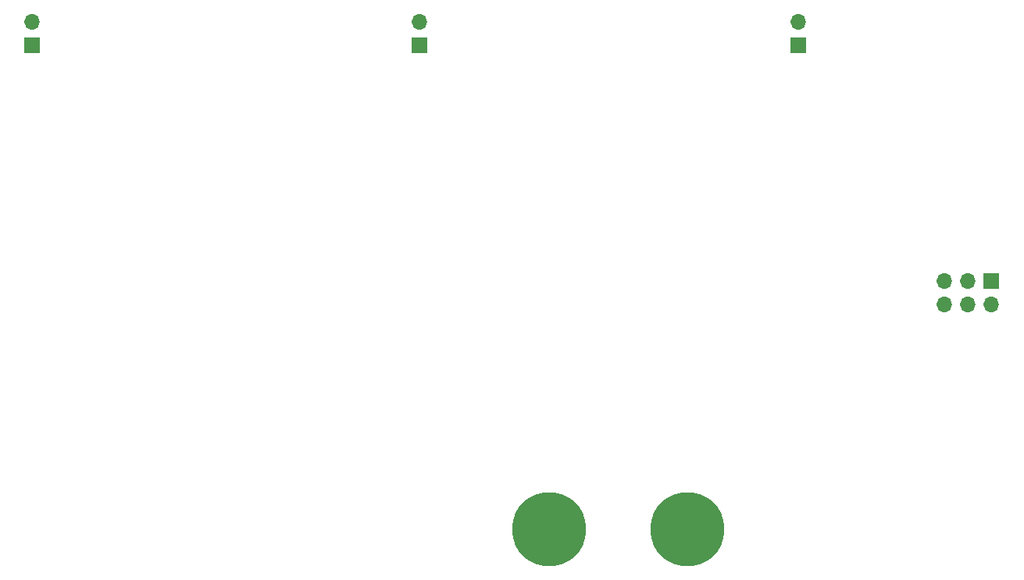
<source format=gbr>
%TF.GenerationSoftware,KiCad,Pcbnew,6.0.0-rc1-unknown-c40e921cb3~144~ubuntu20.04.1*%
%TF.CreationDate,2021-11-23T20:48:53+02:00*%
%TF.ProjectId,solar_lantern,736f6c61-725f-46c6-916e-7465726e2e6b,1*%
%TF.SameCoordinates,Original*%
%TF.FileFunction,Soldermask,Bot*%
%TF.FilePolarity,Negative*%
%FSLAX46Y46*%
G04 Gerber Fmt 4.6, Leading zero omitted, Abs format (unit mm)*
G04 Created by KiCad (PCBNEW 6.0.0-rc1-unknown-c40e921cb3~144~ubuntu20.04.1) date 2021-11-23 20:48:53*
%MOMM*%
%LPD*%
G01*
G04 APERTURE LIST*
%ADD10R,1.700000X1.700000*%
%ADD11O,1.700000X1.700000*%
%ADD12C,8.000000*%
G04 APERTURE END LIST*
D10*
%TO.C,BT1*%
X105000000Y-31000000D03*
D11*
X105000000Y-28460000D03*
%TD*%
D10*
%TO.C,BT2*%
X146000000Y-31000000D03*
D11*
X146000000Y-28460000D03*
%TD*%
D10*
%TO.C,BT3*%
X63000000Y-31000000D03*
D11*
X63000000Y-28460000D03*
%TD*%
D12*
%TO.C,J1*%
X119000000Y-83500000D03*
X134000000Y-83500000D03*
%TD*%
D10*
%TO.C,J2*%
X166989511Y-56600000D03*
D11*
X166989511Y-59140000D03*
X164449511Y-56600000D03*
X164449511Y-59140000D03*
X161909511Y-56600000D03*
X161909511Y-59140000D03*
%TD*%
M02*

</source>
